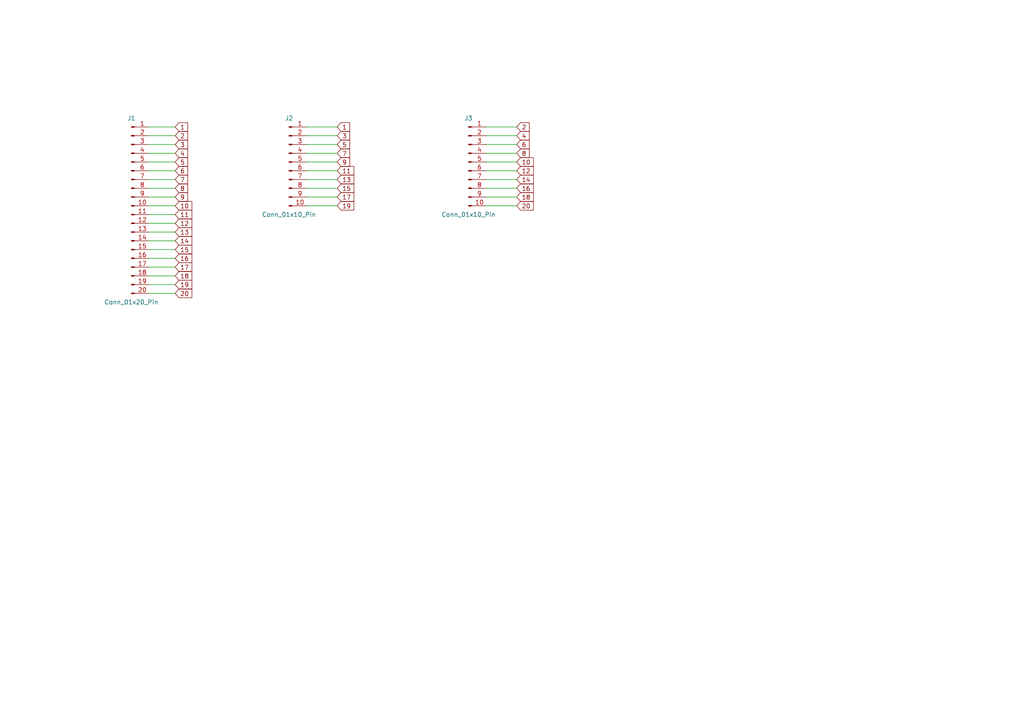
<source format=kicad_sch>
(kicad_sch (version 20231120) (generator "eeschema") (generator_version "8.0")
  (paper "A4")
  (title_block (title "20pin. Header Breakout Board") (date "2024-04-13") (rev "1"))
  (lib_symbols
    (symbol "Connector:Conn_01x10_Pin" (pin_names (offset 1.016) hide)
      (property "Reference" "J" (at 0 12.7 0))
      (property "Value" "Conn_01x10_Pin" (at 0 -15.24 0))
      (symbol "Conn_01x10_Pin_1_1"
        (polyline (pts (xy 1.27 -12.7) (xy 0.8636 -12.7)) (stroke (width 0.1524)))
        (polyline (pts (xy 1.27 -10.16) (xy 0.8636 -10.16)) (stroke (width 0.1524)))
        (polyline (pts (xy 1.27 -7.62) (xy 0.8636 -7.62)) (stroke (width 0.1524)))
        (polyline (pts (xy 1.27 -5.08) (xy 0.8636 -5.08)) (stroke (width 0.1524)))
        (polyline (pts (xy 1.27 -2.54) (xy 0.8636 -2.54)) (stroke (width 0.1524)))
        (polyline (pts (xy 1.27 0) (xy 0.8636 0)) (stroke (width 0.1524)))
        (polyline (pts (xy 1.27 2.54) (xy 0.8636 2.54)) (stroke (width 0.1524)))
        (polyline (pts (xy 1.27 5.08) (xy 0.8636 5.08)) (stroke (width 0.1524)))
        (polyline (pts (xy 1.27 7.62) (xy 0.8636 7.62)) (stroke (width 0.1524)))
        (polyline (pts (xy 1.27 10.16) (xy 0.8636 10.16)) (stroke (width 0.1524)))
        (rectangle (start 0.8636 -12.573) (end 0 -12.827) (stroke (width 0.1524)) (fill (type outline)))
        (rectangle (start 0.8636 -10.033) (end 0 -10.287) (stroke (width 0.1524)) (fill (type outline)))
        (rectangle (start 0.8636 -7.493) (end 0 -7.747) (stroke (width 0.1524)) (fill (type outline)))
        (rectangle (start 0.8636 -4.953) (end 0 -5.207) (stroke (width 0.1524)) (fill (type outline)))
        (rectangle (start 0.8636 -2.413) (end 0 -2.667) (stroke (width 0.1524)) (fill (type outline)))
        (rectangle (start 0.8636 0.127) (end 0 -0.127) (stroke (width 0.1524)) (fill (type outline)))
        (rectangle (start 0.8636 2.667) (end 0 2.413) (stroke (width 0.1524)) (fill (type outline)))
        (rectangle (start 0.8636 5.207) (end 0 4.953) (stroke (width 0.1524)) (fill (type outline)))
        (rectangle (start 0.8636 7.747) (end 0 7.493) (stroke (width 0.1524)) (fill (type outline)))
        (rectangle (start 0.8636 10.287) (end 0 10.033) (stroke (width 0.1524)) (fill (type outline)))
        (pin passive line (at 5.08 10.16 180) (length 3.81) (name "Pin_1") (number "1"))
        (pin passive line (at 5.08 -12.7 180) (length 3.81) (name "Pin_10") (number "10"))
        (pin passive line (at 5.08 7.62 180) (length 3.81) (name "Pin_2") (number "2"))
        (pin passive line (at 5.08 5.08 180) (length 3.81) (name "Pin_3") (number "3"))
        (pin passive line (at 5.08 2.54 180) (length 3.81) (name "Pin_4") (number "4"))
        (pin passive line (at 5.08 0 180) (length 3.81) (name "Pin_5") (number "5"))
        (pin passive line (at 5.08 -2.54 180) (length 3.81) (name "Pin_6") (number "6"))
        (pin passive line (at 5.08 -5.08 180) (length 3.81) (name "Pin_7") (number "7"))
        (pin passive line (at 5.08 -7.62 180) (length 3.81) (name "Pin_8") (number "8"))
        (pin passive line (at 5.08 -10.16 180) (length 3.81) (name "Pin_9") (number "9"))
      )
    )
    (symbol "Connector:Conn_01x20_Pin" (pin_names (offset 1.016) hide)
      (property "Reference" "J" (at 0 25.4 0))
      (property "Value" "Conn_01x20_Pin" (at 0 -27.94 0))
      (symbol "Conn_01x20_Pin_1_1"
        (polyline (pts (xy 1.27 -25.4) (xy 0.8636 -25.4)) (stroke (width 0.1524)))
        (polyline (pts (xy 1.27 -22.86) (xy 0.8636 -22.86)) (stroke (width 0.1524)))
        (polyline (pts (xy 1.27 -20.32) (xy 0.8636 -20.32)) (stroke (width 0.1524)))
        (polyline (pts (xy 1.27 -17.78) (xy 0.8636 -17.78)) (stroke (width 0.1524)))
        (polyline (pts (xy 1.27 -15.24) (xy 0.8636 -15.24)) (stroke (width 0.1524)))
        (polyline (pts (xy 1.27 -12.7) (xy 0.8636 -12.7)) (stroke (width 0.1524)))
        (polyline (pts (xy 1.27 -10.16) (xy 0.8636 -10.16)) (stroke (width 0.1524)))
        (polyline (pts (xy 1.27 -7.62) (xy 0.8636 -7.62)) (stroke (width 0.1524)))
        (polyline (pts (xy 1.27 -5.08) (xy 0.8636 -5.08)) (stroke (width 0.1524)))
        (polyline (pts (xy 1.27 -2.54) (xy 0.8636 -2.54)) (stroke (width 0.1524)))
        (polyline (pts (xy 1.27 0) (xy 0.8636 0)) (stroke (width 0.1524)))
        (polyline (pts (xy 1.27 2.54) (xy 0.8636 2.54)) (stroke (width 0.1524)))
        (polyline (pts (xy 1.27 5.08) (xy 0.8636 5.08)) (stroke (width 0.1524)))
        (polyline (pts (xy 1.27 7.62) (xy 0.8636 7.62)) (stroke (width 0.1524)))
        (polyline (pts (xy 1.27 10.16) (xy 0.8636 10.16)) (stroke (width 0.1524)))
        (polyline (pts (xy 1.27 12.7) (xy 0.8636 12.7)) (stroke (width 0.1524)))
        (polyline (pts (xy 1.27 15.24) (xy 0.8636 15.24)) (stroke (width 0.1524)))
        (polyline (pts (xy 1.27 17.78) (xy 0.8636 17.78)) (stroke (width 0.1524)))
        (polyline (pts (xy 1.27 20.32) (xy 0.8636 20.32)) (stroke (width 0.1524)))
        (polyline (pts (xy 1.27 22.86) (xy 0.8636 22.86)) (stroke (width 0.1524)))
        (rectangle (start 0.8636 -25.273) (end 0 -25.527) (stroke (width 0.1524)) (fill (type outline)))
        (rectangle (start 0.8636 -22.733) (end 0 -22.987) (stroke (width 0.1524)) (fill (type outline)))
        (rectangle (start 0.8636 -20.193) (end 0 -20.447) (stroke (width 0.1524)) (fill (type outline)))
        (rectangle (start 0.8636 -17.653) (end 0 -17.907) (stroke (width 0.1524)) (fill (type outline)))
        (rectangle (start 0.8636 -15.113) (end 0 -15.367) (stroke (width 0.1524)) (fill (type outline)))
        (rectangle (start 0.8636 -12.573) (end 0 -12.827) (stroke (width 0.1524)) (fill (type outline)))
        (rectangle (start 0.8636 -10.033) (end 0 -10.287) (stroke (width 0.1524)) (fill (type outline)))
        (rectangle (start 0.8636 -7.493) (end 0 -7.747) (stroke (width 0.1524)) (fill (type outline)))
        (rectangle (start 0.8636 -4.953) (end 0 -5.207) (stroke (width 0.1524)) (fill (type outline)))
        (rectangle (start 0.8636 -2.413) (end 0 -2.667) (stroke (width 0.1524)) (fill (type outline)))
        (rectangle (start 0.8636 0.127) (end 0 -0.127) (stroke (width 0.1524)) (fill (type outline)))
        (rectangle (start 0.8636 2.667) (end 0 2.413) (stroke (width 0.1524)) (fill (type outline)))
        (rectangle (start 0.8636 5.207) (end 0 4.953) (stroke (width 0.1524)) (fill (type outline)))
        (rectangle (start 0.8636 7.747) (end 0 7.493) (stroke (width 0.1524)) (fill (type outline)))
        (rectangle (start 0.8636 10.287) (end 0 10.033) (stroke (width 0.1524)) (fill (type outline)))
        (rectangle (start 0.8636 12.827) (end 0 12.573) (stroke (width 0.1524)) (fill (type outline)))
        (rectangle (start 0.8636 15.367) (end 0 15.113) (stroke (width 0.1524)) (fill (type outline)))
        (rectangle (start 0.8636 17.907) (end 0 17.653) (stroke (width 0.1524)) (fill (type outline)))
        (rectangle (start 0.8636 20.447) (end 0 20.193) (stroke (width 0.1524)) (fill (type outline)))
        (rectangle (start 0.8636 22.987) (end 0 22.733) (stroke (width 0.1524)) (fill (type outline)))
        (pin passive line (at 5.08 22.86 180) (length 3.81) (name "Pin_1") (number "1"))
        (pin passive line (at 5.08 0 180) (length 3.81) (name "Pin_10") (number "10"))
        (pin passive line (at 5.08 -2.54 180) (length 3.81) (name "Pin_11") (number "11"))
        (pin passive line (at 5.08 -5.08 180) (length 3.81) (name "Pin_12") (number "12"))
        (pin passive line (at 5.08 -7.62 180) (length 3.81) (name "Pin_13") (number "13"))
        (pin passive line (at 5.08 -10.16 180) (length 3.81) (name "Pin_14") (number "14"))
        (pin passive line (at 5.08 -12.7 180) (length 3.81) (name "Pin_15") (number "15"))
        (pin passive line (at 5.08 -15.24 180) (length 3.81) (name "Pin_16") (number "16"))
        (pin passive line (at 5.08 -17.78 180) (length 3.81) (name "Pin_17") (number "17"))
        (pin passive line (at 5.08 -20.32 180) (length 3.81) (name "Pin_18") (number "18"))
        (pin passive line (at 5.08 -22.86 180) (length 3.81) (name "Pin_19") (number "19"))
        (pin passive line (at 5.08 20.32 180) (length 3.81) (name "Pin_2") (number "2"))
        (pin passive line (at 5.08 -25.4 180) (length 3.81) (name "Pin_20") (number "20"))
        (pin passive line (at 5.08 17.78 180) (length 3.81) (name "Pin_3") (number "3"))
        (pin passive line (at 5.08 15.24 180) (length 3.81) (name "Pin_4") (number "4"))
        (pin passive line (at 5.08 12.7 180) (length 3.81) (name "Pin_5") (number "5"))
        (pin passive line (at 5.08 10.16 180) (length 3.81) (name "Pin_6") (number "6"))
        (pin passive line (at 5.08 7.62 180) (length 3.81) (name "Pin_7") (number "7"))
        (pin passive line (at 5.08 5.08 180) (length 3.81) (name "Pin_8") (number "8"))
        (pin passive line (at 5.08 2.54 180) (length 3.81) (name "Pin_9") (number "9"))
      )
    )
  )
  (wire (pts (xy 43.18 64.77) (xy 50.8 64.77)))
  (wire (pts (xy 88.9 59.69) (xy 97.79 59.69)))
  (wire (pts (xy 43.18 52.07) (xy 50.8 52.07)))
  (wire (pts (xy 140.97 44.45) (xy 149.86 44.45)))
  (wire (pts (xy 140.97 39.37) (xy 149.86 39.37)))
  (wire (pts (xy 88.9 36.83) (xy 97.79 36.83)))
  (wire (pts (xy 140.97 46.99) (xy 149.86 46.99)))
  (wire (pts (xy 43.18 69.85) (xy 50.8 69.85)))
  (wire (pts (xy 43.18 77.47) (xy 50.8 77.47)))
  (wire (pts (xy 88.9 39.37) (xy 97.79 39.37)))
  (wire (pts (xy 88.9 46.99) (xy 97.79 46.99)))
  (wire (pts (xy 88.9 49.53) (xy 97.79 49.53)))
  (wire (pts (xy 88.9 54.61) (xy 97.79 54.61)))
  (wire (pts (xy 43.18 57.15) (xy 50.8 57.15)))
  (wire (pts (xy 43.18 46.99) (xy 50.8 46.99)))
  (wire (pts (xy 43.18 85.09) (xy 50.8 85.09)))
  (wire (pts (xy 140.97 36.83) (xy 149.86 36.83)))
  (wire (pts (xy 140.97 52.07) (xy 149.86 52.07)))
  (wire (pts (xy 43.18 62.23) (xy 50.8 62.23)))
  (wire (pts (xy 140.97 41.91) (xy 149.86 41.91)))
  (wire (pts (xy 140.97 59.69) (xy 149.86 59.69)))
  (wire (pts (xy 43.18 80.01) (xy 50.8 80.01)))
  (wire (pts (xy 43.18 41.91) (xy 50.8 41.91)))
  (wire (pts (xy 43.18 54.61) (xy 50.8 54.61)))
  (wire (pts (xy 43.18 72.39) (xy 50.8 72.39)))
  (wire (pts (xy 140.97 57.15) (xy 149.86 57.15)))
  (wire (pts (xy 43.18 44.45) (xy 50.8 44.45)))
  (wire (pts (xy 43.18 39.37) (xy 50.8 39.37)))
  (wire (pts (xy 43.18 36.83) (xy 50.8 36.83)))
  (wire (pts (xy 43.18 74.93) (xy 50.8 74.93)))
  (wire (pts (xy 43.18 67.31) (xy 50.8 67.31)))
  (wire (pts (xy 140.97 54.61) (xy 149.86 54.61)))
  (wire (pts (xy 88.9 52.07) (xy 97.79 52.07)))
  (wire (pts (xy 140.97 49.53) (xy 149.86 49.53)))
  (wire (pts (xy 88.9 41.91) (xy 97.79 41.91)))
  (wire (pts (xy 88.9 44.45) (xy 97.79 44.45)))
  (wire (pts (xy 43.18 82.55) (xy 50.8 82.55)))
  (wire (pts (xy 43.18 49.53) (xy 50.8 49.53)))
  (wire (pts (xy 43.18 59.69) (xy 50.8 59.69)))
  (wire (pts (xy 88.9 57.15) (xy 97.79 57.15)))
  (global_label "16" (shape input) (at 149.86 54.61 0) (property "Intersheetrefs" "${INTERSHEET_REFS}" (effects (hide yes))))
  (global_label "1" (shape input) (at 50.8 36.83 0) (property "Intersheetrefs" "${INTERSHEET_REFS}" (effects (hide yes))))
  (global_label "11" (shape input) (at 97.79 49.53 0) (property "Intersheetrefs" "${INTERSHEET_REFS}" (effects (hide yes))))
  (global_label "1" (shape input) (at 97.79 36.83 0) (property "Intersheetrefs" "${INTERSHEET_REFS}" (effects (hide yes))))
  (global_label "2" (shape input) (at 149.86 36.83 0) (property "Intersheetrefs" "${INTERSHEET_REFS}" (effects (hide yes))))
  (global_label "13" (shape input) (at 97.79 52.07 0) (property "Intersheetrefs" "${INTERSHEET_REFS}" (effects (hide yes))))
  (global_label "7" (shape input) (at 50.8 52.07 0) (property "Intersheetrefs" "${INTERSHEET_REFS}" (effects (hide yes))))
  (global_label "15" (shape input) (at 97.79 54.61 0) (property "Intersheetrefs" "${INTERSHEET_REFS}" (effects (hide yes))))
  (global_label "15" (shape input) (at 50.8 72.39 0) (property "Intersheetrefs" "${INTERSHEET_REFS}" (effects (hide yes))))
  (global_label "4" (shape input) (at 50.8 44.45 0) (property "Intersheetrefs" "${INTERSHEET_REFS}" (effects (hide yes))))
  (global_label "8" (shape input) (at 149.86 44.45 0) (property "Intersheetrefs" "${INTERSHEET_REFS}" (effects (hide yes))))
  (global_label "20" (shape input) (at 50.8 85.09 0) (property "Intersheetrefs" "${INTERSHEET_REFS}" (effects (hide yes))))
  (global_label "2" (shape input) (at 50.8 39.37 0) (property "Intersheetrefs" "${INTERSHEET_REFS}" (effects (hide yes))))
  (global_label "17" (shape input) (at 50.8 77.47 0) (property "Intersheetrefs" "${INTERSHEET_REFS}" (effects (hide yes))))
  (global_label "19" (shape input) (at 97.79 59.69 0) (property "Intersheetrefs" "${INTERSHEET_REFS}" (effects (hide yes))))
  (global_label "11" (shape input) (at 50.8 62.23 0) (property "Intersheetrefs" "${INTERSHEET_REFS}" (effects (hide yes))))
  (global_label "9" (shape input) (at 97.79 46.99 0) (property "Intersheetrefs" "${INTERSHEET_REFS}" (effects (hide yes))))
  (global_label "7" (shape input) (at 97.79 44.45 0) (property "Intersheetrefs" "${INTERSHEET_REFS}" (effects (hide yes))))
  (global_label "6" (shape input) (at 149.86 41.91 0) (property "Intersheetrefs" "${INTERSHEET_REFS}" (effects (hide yes))))
  (global_label "5" (shape input) (at 50.8 46.99 0) (property "Intersheetrefs" "${INTERSHEET_REFS}" (effects (hide yes))))
  (global_label "3" (shape input) (at 97.79 39.37 0) (property "Intersheetrefs" "${INTERSHEET_REFS}" (effects (hide yes))))
  (global_label "13" (shape input) (at 50.8 67.31 0) (property "Intersheetrefs" "${INTERSHEET_REFS}" (effects (hide yes))))
  (global_label "4" (shape input) (at 149.86 39.37 0) (property "Intersheetrefs" "${INTERSHEET_REFS}" (effects (hide yes))))
  (global_label "18" (shape input) (at 149.86 57.15 0) (property "Intersheetrefs" "${INTERSHEET_REFS}" (effects (hide yes))))
  (global_label "9" (shape input) (at 50.8 57.15 0) (property "Intersheetrefs" "${INTERSHEET_REFS}" (effects (hide yes))))
  (global_label "17" (shape input) (at 97.79 57.15 0) (property "Intersheetrefs" "${INTERSHEET_REFS}" (effects (hide yes))))
  (global_label "6" (shape input) (at 50.8 49.53 0) (property "Intersheetrefs" "${INTERSHEET_REFS}" (effects (hide yes))))
  (global_label "5" (shape input) (at 97.79 41.91 0) (property "Intersheetrefs" "${INTERSHEET_REFS}" (effects (hide yes))))
  (global_label "20" (shape input) (at 149.86 59.69 0) (property "Intersheetrefs" "${INTERSHEET_REFS}" (effects (hide yes))))
  (global_label "12" (shape input) (at 149.86 49.53 0) (property "Intersheetrefs" "${INTERSHEET_REFS}" (effects (hide yes))))
  (global_label "12" (shape input) (at 50.8 64.77 0) (property "Intersheetrefs" "${INTERSHEET_REFS}" (effects (hide yes))))
  (global_label "18" (shape input) (at 50.8 80.01 0) (property "Intersheetrefs" "${INTERSHEET_REFS}" (effects (hide yes))))
  (global_label "19" (shape input) (at 50.8 82.55 0) (property "Intersheetrefs" "${INTERSHEET_REFS}" (effects (hide yes))))
  (global_label "10" (shape input) (at 149.86 46.99 0) (property "Intersheetrefs" "${INTERSHEET_REFS}" (effects (hide yes))))
  (global_label "8" (shape input) (at 50.8 54.61 0) (property "Intersheetrefs" "${INTERSHEET_REFS}" (effects (hide yes))))
  (global_label "14" (shape input) (at 50.8 69.85 0) (property "Intersheetrefs" "${INTERSHEET_REFS}" (effects (hide yes))))
  (global_label "3" (shape input) (at 50.8 41.91 0) (property "Intersheetrefs" "${INTERSHEET_REFS}" (effects (hide yes))))
  (global_label "16" (shape input) (at 50.8 74.93 0) (property "Intersheetrefs" "${INTERSHEET_REFS}" (effects (hide yes))))
  (global_label "10" (shape input) (at 50.8 59.69 0) (property "Intersheetrefs" "${INTERSHEET_REFS}" (effects (hide yes))))
  (global_label "14" (shape input) (at 149.86 52.07 0) (property "Intersheetrefs" "${INTERSHEET_REFS}" (effects (hide yes))))
  (symbol (lib_id "Connector:Conn_01x10_Pin") (at 135.89 46.99 0) (unit 1)
    (property "Reference" "J3" (at 135.89 34.29 0))
    (property "Value" "Conn_01x10_Pin" (at 135.89 62.23 0))
    (property "Footprint" "Connector_PinHeader_2.54mm:PinHeader_1x10_P2.54mm_Vertical" (effects (hide yes)))
    (property "Description" "Generic connector, single row, 01x10, script generated" (effects (hide yes)))
  )
  (symbol (lib_id "Connector:Conn_01x10_Pin") (at 83.82 46.99 0) (unit 1)
    (property "Reference" "J2" (at 83.82 34.29 0))
    (property "Value" "Conn_01x10_Pin" (at 83.82 62.23 0))
    (property "Footprint" "Connector_PinHeader_2.54mm:PinHeader_1x10_P2.54mm_Vertical" (effects (hide yes)))
    (property "Description" "Generic connector, single row, 01x10, script generated" (effects (hide yes)))
  )
  (symbol (lib_id "Connector:Conn_01x20_Pin") (at 38.1 59.69 0) (unit 1)
    (property "Reference" "J1" (at 38.1 34.29 0))
    (property "Value" "Conn_01x20_Pin" (at 38.1 87.63 0))
    (property "Footprint" "Connector_IDC:IDC-Header_2x10_P2.54mm_Vertical" (effects (hide yes)))
    (property "Description" "Generic connector, single row, 01x20, script generated" (effects (hide yes)))
  )
)
</source>
